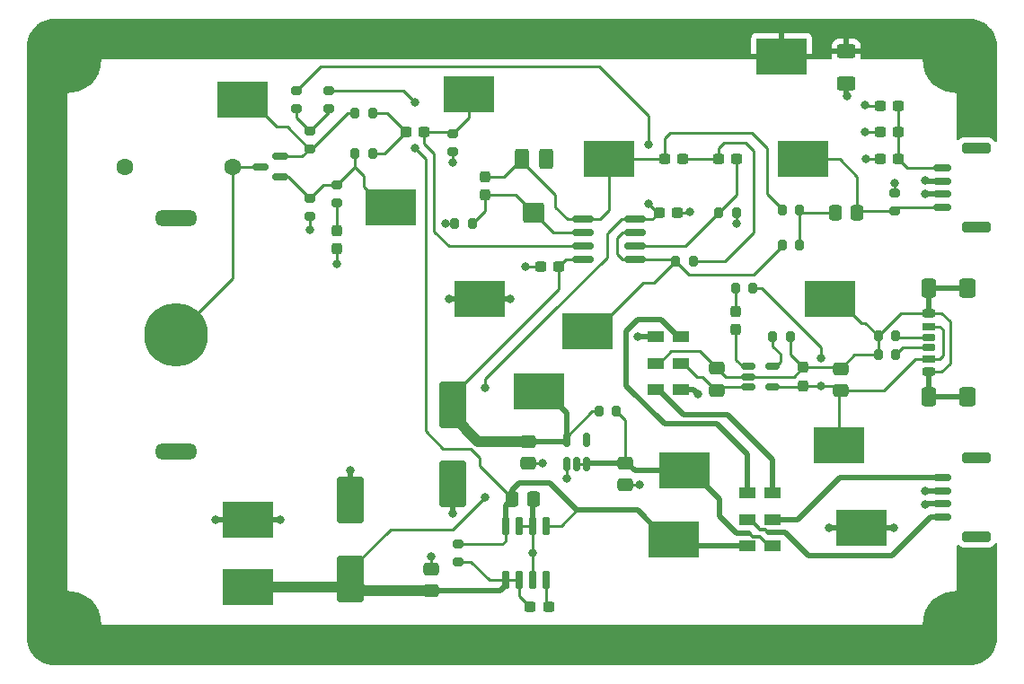
<source format=gtl>
%TF.GenerationSoftware,KiCad,Pcbnew,9.0.7*%
%TF.CreationDate,2026-02-16T22:08:23-05:00*%
%TF.ProjectId,Microphone_V3,4d696372-6f70-4686-9f6e-655f56332e6b,rev?*%
%TF.SameCoordinates,Original*%
%TF.FileFunction,Copper,L1,Top*%
%TF.FilePolarity,Positive*%
%FSLAX46Y46*%
G04 Gerber Fmt 4.6, Leading zero omitted, Abs format (unit mm)*
G04 Created by KiCad (PCBNEW 9.0.7) date 2026-02-16 22:08:23*
%MOMM*%
%LPD*%
G01*
G04 APERTURE LIST*
G04 Aperture macros list*
%AMRoundRect*
0 Rectangle with rounded corners*
0 $1 Rounding radius*
0 $2 $3 $4 $5 $6 $7 $8 $9 X,Y pos of 4 corners*
0 Add a 4 corners polygon primitive as box body*
4,1,4,$2,$3,$4,$5,$6,$7,$8,$9,$2,$3,0*
0 Add four circle primitives for the rounded corners*
1,1,$1+$1,$2,$3*
1,1,$1+$1,$4,$5*
1,1,$1+$1,$6,$7*
1,1,$1+$1,$8,$9*
0 Add four rect primitives between the rounded corners*
20,1,$1+$1,$2,$3,$4,$5,0*
20,1,$1+$1,$4,$5,$6,$7,0*
20,1,$1+$1,$6,$7,$8,$9,0*
20,1,$1+$1,$8,$9,$2,$3,0*%
G04 Aperture macros list end*
%TA.AperFunction,ComponentPad*%
%ADD10C,6.000000*%
%TD*%
%TA.AperFunction,ComponentPad*%
%ADD11O,4.000000X1.524000*%
%TD*%
%TA.AperFunction,SMDPad,CuDef*%
%ADD12RoundRect,0.200000X0.200000X0.275000X-0.200000X0.275000X-0.200000X-0.275000X0.200000X-0.275000X0*%
%TD*%
%TA.AperFunction,SMDPad,CuDef*%
%ADD13R,4.699000X3.429000*%
%TD*%
%TA.AperFunction,SMDPad,CuDef*%
%ADD14RoundRect,0.200000X-0.200000X-0.275000X0.200000X-0.275000X0.200000X0.275000X-0.200000X0.275000X0*%
%TD*%
%TA.AperFunction,SMDPad,CuDef*%
%ADD15RoundRect,0.237500X0.300000X0.237500X-0.300000X0.237500X-0.300000X-0.237500X0.300000X-0.237500X0*%
%TD*%
%TA.AperFunction,SMDPad,CuDef*%
%ADD16RoundRect,0.237500X0.237500X-0.300000X0.237500X0.300000X-0.237500X0.300000X-0.237500X-0.300000X0*%
%TD*%
%TA.AperFunction,SMDPad,CuDef*%
%ADD17RoundRect,0.200000X-0.275000X0.200000X-0.275000X-0.200000X0.275000X-0.200000X0.275000X0.200000X0*%
%TD*%
%TA.AperFunction,SMDPad,CuDef*%
%ADD18RoundRect,0.237500X-0.237500X0.300000X-0.237500X-0.300000X0.237500X-0.300000X0.237500X0.300000X0*%
%TD*%
%TA.AperFunction,SMDPad,CuDef*%
%ADD19RoundRect,0.250000X-0.337500X-0.475000X0.337500X-0.475000X0.337500X0.475000X-0.337500X0.475000X0*%
%TD*%
%TA.AperFunction,SMDPad,CuDef*%
%ADD20RoundRect,0.250000X0.475000X-0.337500X0.475000X0.337500X-0.475000X0.337500X-0.475000X-0.337500X0*%
%TD*%
%TA.AperFunction,SMDPad,CuDef*%
%ADD21RoundRect,0.200000X0.275000X-0.200000X0.275000X0.200000X-0.275000X0.200000X-0.275000X-0.200000X0*%
%TD*%
%TA.AperFunction,SMDPad,CuDef*%
%ADD22RoundRect,0.250000X-0.400000X-0.700000X0.400000X-0.700000X0.400000X0.700000X-0.400000X0.700000X0*%
%TD*%
%TA.AperFunction,SMDPad,CuDef*%
%ADD23RoundRect,0.250000X-0.750000X-0.700000X0.750000X-0.700000X0.750000X0.700000X-0.750000X0.700000X0*%
%TD*%
%TA.AperFunction,SMDPad,CuDef*%
%ADD24RoundRect,0.150000X0.587500X0.150000X-0.587500X0.150000X-0.587500X-0.150000X0.587500X-0.150000X0*%
%TD*%
%TA.AperFunction,SMDPad,CuDef*%
%ADD25RoundRect,0.237500X-0.300000X-0.237500X0.300000X-0.237500X0.300000X0.237500X-0.300000X0.237500X0*%
%TD*%
%TA.AperFunction,SMDPad,CuDef*%
%ADD26RoundRect,0.150000X-0.512500X-0.150000X0.512500X-0.150000X0.512500X0.150000X-0.512500X0.150000X0*%
%TD*%
%TA.AperFunction,SMDPad,CuDef*%
%ADD27R,1.600000X1.000000*%
%TD*%
%TA.AperFunction,SMDPad,CuDef*%
%ADD28RoundRect,0.237500X0.237500X-0.287500X0.237500X0.287500X-0.237500X0.287500X-0.237500X-0.287500X0*%
%TD*%
%TA.AperFunction,ComponentPad*%
%ADD29C,0.800000*%
%TD*%
%TA.AperFunction,ComponentPad*%
%ADD30C,6.400000*%
%TD*%
%TA.AperFunction,SMDPad,CuDef*%
%ADD31RoundRect,0.250000X1.000000X-1.950000X1.000000X1.950000X-1.000000X1.950000X-1.000000X-1.950000X0*%
%TD*%
%TA.AperFunction,SMDPad,CuDef*%
%ADD32RoundRect,0.175000X0.425000X-0.175000X0.425000X0.175000X-0.425000X0.175000X-0.425000X-0.175000X0*%
%TD*%
%TA.AperFunction,SMDPad,CuDef*%
%ADD33RoundRect,0.190000X-0.410000X0.190000X-0.410000X-0.190000X0.410000X-0.190000X0.410000X0.190000X0*%
%TD*%
%TA.AperFunction,SMDPad,CuDef*%
%ADD34RoundRect,0.200000X-0.400000X0.200000X-0.400000X-0.200000X0.400000X-0.200000X0.400000X0.200000X0*%
%TD*%
%TA.AperFunction,SMDPad,CuDef*%
%ADD35RoundRect,0.175000X-0.425000X0.175000X-0.425000X-0.175000X0.425000X-0.175000X0.425000X0.175000X0*%
%TD*%
%TA.AperFunction,SMDPad,CuDef*%
%ADD36RoundRect,0.190000X0.410000X-0.190000X0.410000X0.190000X-0.410000X0.190000X-0.410000X-0.190000X0*%
%TD*%
%TA.AperFunction,SMDPad,CuDef*%
%ADD37RoundRect,0.200000X0.400000X-0.200000X0.400000X0.200000X-0.400000X0.200000X-0.400000X-0.200000X0*%
%TD*%
%TA.AperFunction,SMDPad,CuDef*%
%ADD38RoundRect,0.250000X0.425000X-0.650000X0.425000X0.650000X-0.425000X0.650000X-0.425000X-0.650000X0*%
%TD*%
%TA.AperFunction,SMDPad,CuDef*%
%ADD39RoundRect,0.250000X0.500000X-0.650000X0.500000X0.650000X-0.500000X0.650000X-0.500000X-0.650000X0*%
%TD*%
%TA.AperFunction,SMDPad,CuDef*%
%ADD40RoundRect,0.150000X0.700000X-0.150000X0.700000X0.150000X-0.700000X0.150000X-0.700000X-0.150000X0*%
%TD*%
%TA.AperFunction,SMDPad,CuDef*%
%ADD41RoundRect,0.250000X1.100000X-0.250000X1.100000X0.250000X-1.100000X0.250000X-1.100000X-0.250000X0*%
%TD*%
%TA.AperFunction,SMDPad,CuDef*%
%ADD42RoundRect,0.150000X-0.825000X-0.150000X0.825000X-0.150000X0.825000X0.150000X-0.825000X0.150000X0*%
%TD*%
%TA.AperFunction,SMDPad,CuDef*%
%ADD43RoundRect,0.150000X0.150000X-0.725000X0.150000X0.725000X-0.150000X0.725000X-0.150000X-0.725000X0*%
%TD*%
%TA.AperFunction,SMDPad,CuDef*%
%ADD44RoundRect,0.150000X0.150000X-0.512500X0.150000X0.512500X-0.150000X0.512500X-0.150000X-0.512500X0*%
%TD*%
%TA.AperFunction,SMDPad,CuDef*%
%ADD45RoundRect,0.250000X0.625000X-0.400000X0.625000X0.400000X-0.625000X0.400000X-0.625000X-0.400000X0*%
%TD*%
%TA.AperFunction,ComponentPad*%
%ADD46C,1.600000*%
%TD*%
%TA.AperFunction,ViaPad*%
%ADD47C,0.800000*%
%TD*%
%TA.AperFunction,Conductor*%
%ADD48C,0.250000*%
%TD*%
%TA.AperFunction,Conductor*%
%ADD49C,0.500000*%
%TD*%
%TA.AperFunction,Conductor*%
%ADD50C,1.000000*%
%TD*%
%TA.AperFunction,Conductor*%
%ADD51C,0.300000*%
%TD*%
G04 APERTURE END LIST*
D10*
%TO.P,MK1,1,-*%
%TO.N,Net-(MK1--)*%
X133458000Y-90778000D03*
D11*
%TO.P,MK1,2,+*%
%TO.N,GND*%
X133458000Y-101778000D03*
X133458000Y-79778000D03*
%TD*%
D12*
%TO.P,R1,1*%
%TO.N,Net-(J1-CC2)*%
X201251000Y-90896000D03*
%TO.P,R1,2*%
%TO.N,/USB_GND*%
X199601000Y-90896000D03*
%TD*%
D13*
%TO.P,TP14,1,1*%
%TO.N,CGND*%
X190500000Y-64516000D03*
%TD*%
D14*
%TO.P,R12,1*%
%TO.N,Net-(Q1-S)*%
X150305000Y-73660000D03*
%TO.P,R12,2*%
%TO.N,Net-(C5-Pad1)*%
X151955000Y-73660000D03*
%TD*%
D15*
%TO.P,C19,1*%
%TO.N,Net-(J3-Pin_4)*%
X201522500Y-74168000D03*
%TO.P,C19,2*%
%TO.N,GND*%
X199797500Y-74168000D03*
%TD*%
D13*
%TO.P,TP16,1,1*%
%TO.N,/USB_GND*%
X195072000Y-87376000D03*
%TD*%
%TO.P,TP7,1,1*%
%TO.N,Net-(C11-Pad1)*%
X174244000Y-74168000D03*
%TD*%
D16*
%TO.P,C8,1*%
%TO.N,Net-(U2A--)*%
X162560000Y-77570500D03*
%TO.P,C8,2*%
%TO.N,Net-(C11-Pad1)*%
X162560000Y-75845500D03*
%TD*%
D17*
%TO.P,R6,1*%
%TO.N,Net-(R5-Pad1)*%
X146050000Y-71565000D03*
%TO.P,R6,2*%
%TO.N,Net-(Q1-D)*%
X146050000Y-73215000D03*
%TD*%
D18*
%TO.P,C3,1*%
%TO.N,Net-(C3-Pad1)*%
X148590000Y-80925500D03*
%TO.P,C3,2*%
%TO.N,GND*%
X148590000Y-82650500D03*
%TD*%
D19*
%TO.P,C9,1*%
%TO.N,VBAT*%
X165078500Y-106299000D03*
%TO.P,C9,2*%
%TO.N,GND*%
X167153500Y-106299000D03*
%TD*%
D20*
%TO.P,C15,1*%
%TO.N,+2.5V*%
X157512000Y-114929500D03*
%TO.P,C15,2*%
%TO.N,GND*%
X157512000Y-112854500D03*
%TD*%
D14*
%TO.P,R19,1*%
%TO.N,Net-(U2B--)*%
X184595000Y-79248000D03*
%TO.P,R19,2*%
%TO.N,GND*%
X186245000Y-79248000D03*
%TD*%
D21*
%TO.P,R8,1*%
%TO.N,Net-(R5-Pad1)*%
X147828000Y-69405000D03*
%TO.P,R8,2*%
%TO.N,VBAT*%
X147828000Y-67755000D03*
%TD*%
D12*
%TO.P,R10,1*%
%TO.N,/USB_VCC*%
X187789000Y-86360000D03*
%TO.P,R10,2*%
%TO.N,Net-(D1-A)*%
X186139000Y-86360000D03*
%TD*%
D22*
%TO.P,RV1,1,1*%
%TO.N,unconnected-(RV1-Pad1)*%
X168282000Y-74158000D03*
D23*
%TO.P,RV1,2,2*%
%TO.N,Net-(U2A--)*%
X167132000Y-79258000D03*
D22*
%TO.P,RV1,3,3*%
%TO.N,Net-(C11-Pad1)*%
X165982000Y-74158000D03*
%TD*%
D20*
%TO.P,C14,1*%
%TO.N,GND*%
X166624000Y-102891500D03*
%TO.P,C14,2*%
%TO.N,-2.5V*%
X166624000Y-100816500D03*
%TD*%
D13*
%TO.P,TP4,1,1*%
%TO.N,GND*%
X140208000Y-108204000D03*
%TD*%
%TO.P,TP2,1,1*%
%TO.N,Net-(Q1-S)*%
X153670000Y-78740000D03*
%TD*%
D12*
%TO.P,R2,1*%
%TO.N,Net-(J1-CC1)*%
X201251000Y-92674000D03*
%TO.P,R2,2*%
%TO.N,/USB_GND*%
X199601000Y-92674000D03*
%TD*%
D20*
%TO.P,C4,1*%
%TO.N,/CHARGE*%
X184424000Y-96003500D03*
%TO.P,C4,2*%
%TO.N,/USB_GND*%
X184424000Y-93928500D03*
%TD*%
D24*
%TO.P,Q1,1,S*%
%TO.N,Net-(Q1-S)*%
X143237500Y-75850000D03*
%TO.P,Q1,2,D*%
%TO.N,Net-(Q1-D)*%
X143237500Y-73950000D03*
%TO.P,Q1,3,G*%
%TO.N,Net-(MK1--)*%
X141362500Y-74900000D03*
%TD*%
D25*
%TO.P,C6,1*%
%TO.N,+2.5V*%
X178969500Y-79248000D03*
%TO.P,C6,2*%
%TO.N,GND*%
X180694500Y-79248000D03*
%TD*%
D26*
%TO.P,U1,1,STAT*%
%TO.N,Net-(D1-K)*%
X187330500Y-93762000D03*
%TO.P,U1,2,V_{SS}*%
%TO.N,/USB_GND*%
X187330500Y-94712000D03*
%TO.P,U1,3,V_{BAT}*%
%TO.N,/CHARGE*%
X187330500Y-95662000D03*
%TO.P,U1,4,V_{DD}*%
%TO.N,/USB_VCC*%
X189605500Y-95662000D03*
%TO.P,U1,5,PROG*%
%TO.N,Net-(U1-PROG)*%
X189605500Y-93762000D03*
%TD*%
D27*
%TO.P,SW1,1,A*%
%TO.N,Net-(SW1A-A)*%
X181000000Y-90972000D03*
%TO.P,SW1,2,B*%
%TO.N,/CHARGE*%
X181000000Y-93472000D03*
%TO.P,SW1,3,C*%
%TO.N,GND*%
X181000000Y-95972000D03*
%TO.P,SW1,4,A*%
X178600000Y-90972000D03*
%TO.P,SW1,5,B*%
%TO.N,/USB_GND*%
X178600000Y-93472000D03*
%TO.P,SW1,6,C*%
%TO.N,Net-(SW1B-C)*%
X178600000Y-95972000D03*
%TD*%
D21*
%TO.P,R22,1*%
%TO.N,Net-(J3-Pin_1)*%
X201168000Y-79057000D03*
%TO.P,R22,2*%
%TO.N,GND*%
X201168000Y-77407000D03*
%TD*%
D13*
%TO.P,TP8,1,1*%
%TO.N,-2.5V*%
X167672000Y-96112000D03*
%TD*%
D17*
%TO.P,R7,1*%
%TO.N,Net-(Q1-S)*%
X146050000Y-77915000D03*
%TO.P,R7,2*%
%TO.N,GND*%
X146050000Y-79565000D03*
%TD*%
D25*
%TO.P,C11,1*%
%TO.N,Net-(C11-Pad1)*%
X179477500Y-74168000D03*
%TO.P,C11,2*%
%TO.N,Net-(C11-Pad2)*%
X181202500Y-74168000D03*
%TD*%
D13*
%TO.P,TP15,1,1*%
%TO.N,/USB_VCC*%
X195900000Y-101216000D03*
%TD*%
%TO.P,TP9,1,1*%
%TO.N,+2.5V*%
X140208000Y-114554000D03*
%TD*%
D28*
%TO.P,D1,1,K*%
%TO.N,Net-(D1-K)*%
X186202000Y-90283000D03*
%TO.P,D1,2,A*%
%TO.N,Net-(D1-A)*%
X186202000Y-88533000D03*
%TD*%
D21*
%TO.P,R5,1*%
%TO.N,Net-(R5-Pad1)*%
X144780000Y-69405000D03*
%TO.P,R5,2*%
%TO.N,+2.5V*%
X144780000Y-67755000D03*
%TD*%
D13*
%TO.P,TP5,1,1*%
%TO.N,VBAT*%
X180372000Y-110082000D03*
%TD*%
D29*
%TO.P,H4,1,1*%
%TO.N,CGND*%
X120790000Y-64770000D03*
X121492944Y-63072944D03*
X121492944Y-66467056D03*
X123190000Y-62370000D03*
D30*
X123190000Y-64770000D03*
D29*
X123190000Y-67170000D03*
X124887056Y-63072944D03*
X124887056Y-66467056D03*
X125590000Y-64770000D03*
%TD*%
%TO.P,H1,1,1*%
%TO.N,CGND*%
X120790000Y-118110000D03*
X121492944Y-116412944D03*
X121492944Y-119807056D03*
X123190000Y-115710000D03*
D30*
X123190000Y-118110000D03*
D29*
X123190000Y-120510000D03*
X124887056Y-116412944D03*
X124887056Y-119807056D03*
X125590000Y-118110000D03*
%TD*%
D15*
%TO.P,C20,1*%
%TO.N,Net-(J3-Pin_4)*%
X201522500Y-71658000D03*
%TO.P,C20,2*%
%TO.N,GND*%
X199797500Y-71658000D03*
%TD*%
D14*
%TO.P,R20,1*%
%TO.N,Net-(C11-Pad1)*%
X190564000Y-78994000D03*
%TO.P,R20,2*%
%TO.N,Net-(C18-Pad1)*%
X192214000Y-78994000D03*
%TD*%
D13*
%TO.P,TP13,1,1*%
%TO.N,Net-(J3-Pin_1)*%
X192532000Y-74168000D03*
%TD*%
D14*
%TO.P,R11,1*%
%TO.N,Net-(Q1-D)*%
X150305000Y-69850000D03*
%TO.P,R11,2*%
%TO.N,Net-(C5-Pad1)*%
X151955000Y-69850000D03*
%TD*%
D13*
%TO.P,TP3,1,1*%
%TO.N,Net-(U2A-+)*%
X161036000Y-68072000D03*
%TD*%
D12*
%TO.P,R18,1*%
%TO.N,Net-(C11-Pad2)*%
X182181000Y-83820000D03*
%TO.P,R18,2*%
%TO.N,Net-(U2B-+)*%
X180531000Y-83820000D03*
%TD*%
D31*
%TO.P,C17,1*%
%TO.N,+2.5V*%
X149892000Y-113782000D03*
%TO.P,C17,2*%
%TO.N,GND*%
X149892000Y-106382000D03*
%TD*%
D25*
%TO.P,C7,1*%
%TO.N,GND*%
X167793500Y-84328000D03*
%TO.P,C7,2*%
%TO.N,-2.5V*%
X169518500Y-84328000D03*
%TD*%
%TO.P,C12,1*%
%TO.N,Net-(C11-Pad2)*%
X184557500Y-74168000D03*
%TO.P,C12,2*%
%TO.N,Net-(U2B--)*%
X186282500Y-74168000D03*
%TD*%
D17*
%TO.P,R16,1*%
%TO.N,VBAT*%
X160052000Y-110527000D03*
%TO.P,R16,2*%
%TO.N,+2.5V*%
X160052000Y-112177000D03*
%TD*%
D31*
%TO.P,C16,1*%
%TO.N,GND*%
X159512000Y-104792000D03*
%TO.P,C16,2*%
%TO.N,-2.5V*%
X159512000Y-97392000D03*
%TD*%
D14*
%TO.P,R14,1*%
%TO.N,GND*%
X159703000Y-80264000D03*
%TO.P,R14,2*%
%TO.N,Net-(U2A--)*%
X161353000Y-80264000D03*
%TD*%
D19*
%TO.P,C18,1*%
%TO.N,Net-(C18-Pad1)*%
X195558500Y-79248000D03*
%TO.P,C18,2*%
%TO.N,Net-(J3-Pin_1)*%
X197633500Y-79248000D03*
%TD*%
D17*
%TO.P,R13,1*%
%TO.N,Net-(U2A-+)*%
X159512000Y-71819000D03*
%TO.P,R13,2*%
%TO.N,GND*%
X159512000Y-73469000D03*
%TD*%
D32*
%TO.P,J1,A5,CC1*%
%TO.N,Net-(J1-CC1)*%
X204349500Y-91995000D03*
D33*
%TO.P,J1,A9,VBUS*%
%TO.N,/USB_VCC*%
X204349500Y-89975000D03*
D34*
%TO.P,J1,A12,GND*%
%TO.N,/USB_GND*%
X204349500Y-88745000D03*
D35*
%TO.P,J1,B5,CC2*%
%TO.N,Net-(J1-CC2)*%
X204349500Y-90995000D03*
D36*
%TO.P,J1,B9,VBUS*%
%TO.N,/USB_VCC*%
X204349500Y-93015000D03*
D37*
%TO.P,J1,B12,GND*%
%TO.N,/USB_GND*%
X204349500Y-94245000D03*
D38*
%TO.P,J1,S1,SHIELD*%
X204404500Y-96620000D03*
D39*
X207984500Y-96620000D03*
D38*
X204404500Y-86370000D03*
D39*
X207984500Y-86370000D03*
%TD*%
D13*
%TO.P,TP12,1,1*%
%TO.N,GND*%
X198068000Y-109004000D03*
%TD*%
D25*
%TO.P,C5,1*%
%TO.N,Net-(C5-Pad1)*%
X155093500Y-71628000D03*
%TO.P,C5,2*%
%TO.N,Net-(U2A-+)*%
X156818500Y-71628000D03*
%TD*%
D40*
%TO.P,J3,1,Pin_1*%
%TO.N,Net-(J3-Pin_1)*%
X205650000Y-78765000D03*
%TO.P,J3,2,Pin_2*%
%TO.N,GND*%
X205650000Y-77515000D03*
%TO.P,J3,3,Pin_3*%
X205650000Y-76265000D03*
%TO.P,J3,4,Pin_4*%
%TO.N,Net-(J3-Pin_4)*%
X205650000Y-75015000D03*
D41*
%TO.P,J3,MP*%
%TO.N,N/C*%
X208850000Y-80615000D03*
X208850000Y-73165000D03*
%TD*%
D42*
%TO.P,U2,1*%
%TO.N,Net-(C11-Pad1)*%
X171769000Y-79883000D03*
%TO.P,U2,2,-*%
%TO.N,Net-(U2A--)*%
X171769000Y-81153000D03*
%TO.P,U2,3,+*%
%TO.N,Net-(U2A-+)*%
X171769000Y-82423000D03*
%TO.P,U2,4,V-*%
%TO.N,-2.5V*%
X171769000Y-83693000D03*
%TO.P,U2,5,+*%
%TO.N,Net-(U2B-+)*%
X176719000Y-83693000D03*
%TO.P,U2,6,-*%
%TO.N,Net-(U2B--)*%
X176719000Y-82423000D03*
%TO.P,U2,7*%
%TO.N,Net-(U2B-+)*%
X176719000Y-81153000D03*
%TO.P,U2,8,V+*%
%TO.N,+2.5V*%
X176719000Y-79883000D03*
%TD*%
D17*
%TO.P,R9,1*%
%TO.N,Net-(Q1-S)*%
X148590000Y-76645000D03*
%TO.P,R9,2*%
%TO.N,Net-(C3-Pad1)*%
X148590000Y-78295000D03*
%TD*%
D43*
%TO.P,U3,1,OUT*%
%TO.N,+2.5V*%
X164497000Y-113927000D03*
%TO.P,U3,2,SENSE*%
X165767000Y-113927000D03*
%TO.P,U3,3,GND*%
%TO.N,GND*%
X167037000Y-113927000D03*
%TO.P,U3,4,BYP*%
%TO.N,Net-(U3-BYP)*%
X168307000Y-113927000D03*
%TO.P,U3,5,SHDN_n*%
%TO.N,VBAT*%
X168307000Y-108777000D03*
%TO.P,U3,6,GND*%
%TO.N,GND*%
X167037000Y-108777000D03*
%TO.P,U3,7,GND*%
X165767000Y-108777000D03*
%TO.P,U3,8,IN*%
%TO.N,VBAT*%
X164497000Y-108777000D03*
%TD*%
D44*
%TO.P,U4,1,GND*%
%TO.N,GND*%
X170246000Y-102991500D03*
%TO.P,U4,2,VIN*%
%TO.N,/-VBAT*%
X171196000Y-102991500D03*
%TO.P,U4,3,EN*%
X172146000Y-102991500D03*
%TO.P,U4,4,NC*%
%TO.N,unconnected-(U4-NC-Pad4)*%
X172146000Y-100716500D03*
%TO.P,U4,5,VOUT*%
%TO.N,-2.5V*%
X170246000Y-100716500D03*
%TD*%
D12*
%TO.P,R17,1*%
%TO.N,/-VBAT*%
X174937000Y-97992000D03*
%TO.P,R17,2*%
%TO.N,-2.5V*%
X173287000Y-97992000D03*
%TD*%
D13*
%TO.P,TP1,1,1*%
%TO.N,Net-(Q1-D)*%
X139700000Y-68580000D03*
%TD*%
%TO.P,TP6,1,1*%
%TO.N,/-VBAT*%
X181312000Y-103592000D03*
%TD*%
%TO.P,TP11,1,1*%
%TO.N,GND*%
X162052000Y-87376000D03*
%TD*%
D29*
%TO.P,H2,1,1*%
%TO.N,CGND*%
X204610000Y-118110000D03*
X205312944Y-116412944D03*
X205312944Y-119807056D03*
X207010000Y-115710000D03*
D30*
X207010000Y-118110000D03*
D29*
X207010000Y-120510000D03*
X208707056Y-116412944D03*
X208707056Y-119807056D03*
X209410000Y-118110000D03*
%TD*%
D15*
%TO.P,C13,1*%
%TO.N,Net-(U3-BYP)*%
X168534500Y-116432000D03*
%TO.P,C13,2*%
%TO.N,+2.5V*%
X166809500Y-116432000D03*
%TD*%
D40*
%TO.P,J2,1,Pin_1*%
%TO.N,Net-(J2-Pin_1)*%
X205650000Y-107975000D03*
%TO.P,J2,2,Pin_2*%
%TO.N,GND*%
X205650000Y-106725000D03*
%TO.P,J2,3,Pin_3*%
X205650000Y-105475000D03*
%TO.P,J2,4,Pin_4*%
%TO.N,Net-(J2-Pin_4)*%
X205650000Y-104225000D03*
D41*
%TO.P,J2,MP*%
%TO.N,N/C*%
X208850000Y-109825000D03*
X208850000Y-102375000D03*
%TD*%
D13*
%TO.P,TP10,1,1*%
%TO.N,Net-(U2B-+)*%
X172212000Y-90424000D03*
%TD*%
D45*
%TO.P,R23,1*%
%TO.N,GND*%
X196596000Y-67082000D03*
%TO.P,R23,2*%
%TO.N,CGND*%
X196596000Y-63982000D03*
%TD*%
D46*
%TO.P,R3,1*%
%TO.N,Net-(MK1--)*%
X138792000Y-74952000D03*
%TO.P,R3,2*%
%TO.N,GND*%
X128632000Y-74952000D03*
%TD*%
D14*
%TO.P,R4,1*%
%TO.N,Net-(U1-PROG)*%
X189675000Y-90932000D03*
%TO.P,R4,2*%
%TO.N,/USB_GND*%
X191325000Y-90932000D03*
%TD*%
D29*
%TO.P,H3,1,1*%
%TO.N,CGND*%
X204610000Y-64770000D03*
X205312944Y-63072944D03*
X205312944Y-66467056D03*
X207010000Y-62370000D03*
D30*
X207010000Y-64770000D03*
D29*
X207010000Y-67170000D03*
X208707056Y-63072944D03*
X208707056Y-66467056D03*
X209410000Y-64770000D03*
%TD*%
D27*
%TO.P,SW2,1,A*%
%TO.N,VBAT*%
X187268000Y-110704000D03*
%TO.P,SW2,2,B*%
%TO.N,Net-(J2-Pin_1)*%
X187268000Y-108204000D03*
%TO.P,SW2,3,C*%
%TO.N,Net-(SW1A-A)*%
X187268000Y-105704000D03*
%TO.P,SW2,4,A*%
%TO.N,/-VBAT*%
X189668000Y-110704000D03*
%TO.P,SW2,5,B*%
%TO.N,Net-(J2-Pin_4)*%
X189668000Y-108204000D03*
%TO.P,SW2,6,C*%
%TO.N,Net-(SW1B-C)*%
X189668000Y-105704000D03*
%TD*%
D20*
%TO.P,C10,1*%
%TO.N,GND*%
X175768000Y-104923500D03*
%TO.P,C10,2*%
%TO.N,/-VBAT*%
X175768000Y-102848500D03*
%TD*%
D15*
%TO.P,C21,1*%
%TO.N,Net-(J3-Pin_4)*%
X201522500Y-69148000D03*
%TO.P,C21,2*%
%TO.N,GND*%
X199797500Y-69148000D03*
%TD*%
D20*
%TO.P,C1,1*%
%TO.N,/USB_VCC*%
X196088000Y-96033500D03*
%TO.P,C1,2*%
%TO.N,/USB_GND*%
X196088000Y-93958500D03*
%TD*%
D14*
%TO.P,R21,1*%
%TO.N,Net-(U2B-+)*%
X190564000Y-82296000D03*
%TO.P,R21,2*%
%TO.N,Net-(C18-Pad1)*%
X192214000Y-82296000D03*
%TD*%
D16*
%TO.P,C2,1*%
%TO.N,/USB_VCC*%
X192532000Y-95574500D03*
%TO.P,C2,2*%
%TO.N,/USB_GND*%
X192532000Y-93849500D03*
%TD*%
D47*
%TO.N,/USB_VCC*%
X194183000Y-92964000D03*
X194183000Y-95574500D03*
%TO.N,GND*%
X181813200Y-79197200D03*
X198424800Y-74218800D03*
X204063600Y-106781600D03*
X186232800Y-80314800D03*
X159512000Y-74523600D03*
X157480000Y-111709200D03*
X167037000Y-111379000D03*
X146050000Y-80899000D03*
X204012800Y-77520800D03*
X137160000Y-108204000D03*
X164947600Y-87376000D03*
X143205200Y-108204000D03*
X201066400Y-108966000D03*
X194970400Y-109016800D03*
X177088800Y-104902000D03*
X148590000Y-84074000D03*
X166370000Y-84328000D03*
X159156400Y-87426800D03*
X198374000Y-71678800D03*
X167944800Y-102870000D03*
X182626000Y-96393000D03*
X159512000Y-107594400D03*
X158800800Y-80314800D03*
X176911000Y-90932000D03*
X149860000Y-103530400D03*
X196646800Y-68224400D03*
X170281600Y-104343200D03*
X198374000Y-69138800D03*
X204063600Y-105511600D03*
X201168000Y-76454000D03*
X204012800Y-76250800D03*
%TO.N,+2.5V*%
X177952400Y-78384400D03*
X162560000Y-106070400D03*
X162560000Y-95808800D03*
X177952400Y-72796400D03*
%TO.N,VBAT*%
X155905200Y-73152000D03*
X155905200Y-68834000D03*
%TD*%
D48*
%TO.N,/USB_VCC*%
X205418000Y-89975000D02*
X204349500Y-89975000D01*
X195812500Y-96033500D02*
X195353500Y-95574500D01*
X204349500Y-93015000D02*
X205435000Y-93015000D01*
X195900000Y-96221500D02*
X196088000Y-96033500D01*
X189605500Y-95662000D02*
X192444500Y-95662000D01*
X195353500Y-95574500D02*
X194183000Y-95574500D01*
X203149000Y-93015000D02*
X204349500Y-93015000D01*
X195900000Y-101216000D02*
X195900000Y-96221500D01*
X194183000Y-91948000D02*
X194183000Y-92964000D01*
X205435000Y-93015000D02*
X205740000Y-92710000D01*
X188595000Y-86360000D02*
X192405000Y-90170000D01*
X205740000Y-92710000D02*
X205740000Y-90297000D01*
X187789000Y-86360000D02*
X188595000Y-86360000D01*
X205740000Y-90297000D02*
X205418000Y-89975000D01*
X196088000Y-96033500D02*
X200130500Y-96033500D01*
X194183000Y-95574500D02*
X192532000Y-95574500D01*
X192405000Y-90170000D02*
X194183000Y-91948000D01*
X196088000Y-96033500D02*
X195812500Y-96033500D01*
X200130500Y-96033500D02*
X203149000Y-93015000D01*
X192444500Y-95662000D02*
X192532000Y-95574500D01*
%TO.N,/USB_GND*%
X192532000Y-93849500D02*
X195979000Y-93849500D01*
D49*
X207984500Y-96620000D02*
X204404500Y-96620000D01*
D48*
X187330500Y-94712000D02*
X191669500Y-94712000D01*
X199601000Y-90896000D02*
X201752000Y-88745000D01*
X180086000Y-92329000D02*
X178943000Y-93472000D01*
X204404500Y-88690000D02*
X204349500Y-88745000D01*
X197372500Y-92674000D02*
X196088000Y-93958500D01*
X199601000Y-90889000D02*
X199601000Y-90896000D01*
X191325000Y-92642500D02*
X192532000Y-93849500D01*
X198374000Y-89662000D02*
X199601000Y-90889000D01*
X204404500Y-94300000D02*
X204349500Y-94245000D01*
X199601000Y-92674000D02*
X197372500Y-92674000D01*
X182824500Y-92329000D02*
X180086000Y-92329000D01*
X191325000Y-90932000D02*
X191325000Y-92642500D01*
X195072000Y-87376000D02*
X196469000Y-88773000D01*
X205602000Y-94245000D02*
X204349500Y-94245000D01*
X204349500Y-88745000D02*
X205585000Y-88745000D01*
X199601000Y-90896000D02*
X199601000Y-92674000D01*
D49*
X204404500Y-96620000D02*
X204404500Y-94300000D01*
D48*
X206375000Y-93472000D02*
X205602000Y-94245000D01*
X191669500Y-94712000D02*
X192532000Y-93849500D01*
X197993000Y-89662000D02*
X198374000Y-89662000D01*
X184424000Y-93928500D02*
X182824500Y-92329000D01*
D49*
X207984500Y-86370000D02*
X204404500Y-86370000D01*
D48*
X184424000Y-93928500D02*
X185207500Y-94712000D01*
X195979000Y-93849500D02*
X196088000Y-93958500D01*
X206375000Y-89535000D02*
X206375000Y-93472000D01*
X205585000Y-88745000D02*
X206375000Y-89535000D01*
D49*
X204404500Y-86370000D02*
X204404500Y-88690000D01*
D48*
X196469000Y-88773000D02*
X197104000Y-88773000D01*
X185207500Y-94712000D02*
X187330500Y-94712000D01*
X178943000Y-93472000D02*
X178600000Y-93472000D01*
X197104000Y-88773000D02*
X197993000Y-89662000D01*
X201752000Y-88745000D02*
X204349500Y-88745000D01*
%TO.N,Net-(C3-Pad1)*%
X148590000Y-78295000D02*
X148590000Y-80925500D01*
D49*
%TO.N,GND*%
X159512000Y-104792000D02*
X159512000Y-107594400D01*
D48*
X201168000Y-77407000D02*
X201168000Y-76454000D01*
X181762400Y-79248000D02*
X181813200Y-79197200D01*
X186245000Y-79248000D02*
X186245000Y-80302600D01*
D49*
X205650000Y-76265000D02*
X204027000Y-76265000D01*
D48*
X149892000Y-103562400D02*
X149860000Y-103530400D01*
D49*
X201028400Y-109004000D02*
X201066400Y-108966000D01*
X205650000Y-77515000D02*
X204018600Y-77515000D01*
D48*
X176951000Y-90972000D02*
X176911000Y-90932000D01*
D49*
X162052000Y-87376000D02*
X164947600Y-87376000D01*
D48*
X196596000Y-68173600D02*
X196646800Y-68224400D01*
X177067300Y-104923500D02*
X177088800Y-104902000D01*
X146050000Y-79565000D02*
X146050000Y-80899000D01*
X148590000Y-82650500D02*
X148590000Y-84074000D01*
D49*
X198068000Y-109004000D02*
X201028400Y-109004000D01*
D48*
X198475600Y-74218800D02*
X198526400Y-74168000D01*
D49*
X205650000Y-106725000D02*
X204120200Y-106725000D01*
X140208000Y-108204000D02*
X143205200Y-108204000D01*
X162052000Y-87376000D02*
X159207200Y-87376000D01*
D48*
X175768000Y-104923500D02*
X177067300Y-104923500D01*
D49*
X167037000Y-106415500D02*
X167153500Y-106299000D01*
D48*
X157512000Y-111741200D02*
X157480000Y-111709200D01*
D49*
X178600000Y-90972000D02*
X176951000Y-90972000D01*
D48*
X204018600Y-77515000D02*
X204012800Y-77520800D01*
X166624000Y-102891500D02*
X167923300Y-102891500D01*
X204027000Y-76265000D02*
X204012800Y-76250800D01*
X158851600Y-80264000D02*
X158800800Y-80314800D01*
X199797500Y-69148000D02*
X198383200Y-69148000D01*
D49*
X198068000Y-109004000D02*
X194983200Y-109004000D01*
D48*
X159703000Y-80264000D02*
X158851600Y-80264000D01*
X198424800Y-74218800D02*
X198475600Y-74218800D01*
D49*
X194983200Y-109004000D02*
X194970400Y-109016800D01*
X159207200Y-87376000D02*
X159156400Y-87426800D01*
D48*
X198526400Y-74168000D02*
X199797500Y-74168000D01*
D49*
X196596000Y-67082000D02*
X196596000Y-68173600D01*
D48*
X199797500Y-71658000D02*
X198394800Y-71658000D01*
X186245000Y-80302600D02*
X186232800Y-80314800D01*
X204120200Y-106725000D02*
X204063600Y-106781600D01*
D49*
X140208000Y-108204000D02*
X137160000Y-108204000D01*
D48*
X157512000Y-112854500D02*
X157512000Y-111741200D01*
X198383200Y-69148000D02*
X198374000Y-69138800D01*
D49*
X205650000Y-105475000D02*
X204100200Y-105475000D01*
D48*
X165767000Y-108777000D02*
X167037000Y-108777000D01*
X170246000Y-102991500D02*
X170246000Y-104307600D01*
X198394800Y-71658000D02*
X198374000Y-71678800D01*
X167793500Y-84328000D02*
X166370000Y-84328000D01*
D49*
X182205000Y-95972000D02*
X182626000Y-96393000D01*
D48*
X170246000Y-104307600D02*
X170281600Y-104343200D01*
X159512000Y-73469000D02*
X159512000Y-74523600D01*
X167923300Y-102891500D02*
X167944800Y-102870000D01*
D49*
X149892000Y-106382000D02*
X149892000Y-103562400D01*
X167037000Y-108777000D02*
X167037000Y-106415500D01*
D48*
X167037000Y-113927000D02*
X167037000Y-108777000D01*
D49*
X181000000Y-95972000D02*
X182205000Y-95972000D01*
D48*
X180694500Y-79248000D02*
X181762400Y-79248000D01*
X204100200Y-105475000D02*
X204063600Y-105511600D01*
%TO.N,/CHARGE*%
X181000000Y-93472000D02*
X181229000Y-93472000D01*
X182499000Y-94742000D02*
X183007000Y-94742000D01*
X184268500Y-96003500D02*
X184424000Y-96003500D01*
X187330500Y-95662000D02*
X184765500Y-95662000D01*
X181229000Y-93472000D02*
X182499000Y-94742000D01*
X184765500Y-95662000D02*
X184424000Y-96003500D01*
X183007000Y-94742000D02*
X184268500Y-96003500D01*
%TO.N,Net-(U2A-+)*%
X157734000Y-73660000D02*
X156818500Y-72744500D01*
X161036000Y-68072000D02*
X161036000Y-70295000D01*
X156818500Y-71628000D02*
X159321000Y-71628000D01*
X159131000Y-82423000D02*
X157734000Y-81026000D01*
X159321000Y-71628000D02*
X159512000Y-71819000D01*
X171769000Y-82423000D02*
X159131000Y-82423000D01*
X161036000Y-70295000D02*
X159512000Y-71819000D01*
X157734000Y-81026000D02*
X157734000Y-73660000D01*
X156818500Y-72744500D02*
X156818500Y-71628000D01*
%TO.N,Net-(C5-Pad1)*%
X153061500Y-73660000D02*
X155093500Y-71628000D01*
X151955000Y-69850000D02*
X153315500Y-69850000D01*
X151955000Y-73660000D02*
X153061500Y-73660000D01*
X153315500Y-69850000D02*
X155093500Y-71628000D01*
%TO.N,+2.5V*%
X162560000Y-94945200D02*
X162560000Y-95808800D01*
X159512000Y-109118400D02*
X153619200Y-109118400D01*
X176719000Y-79883000D02*
X175437800Y-79883000D01*
X178969500Y-79248000D02*
X178816000Y-79248000D01*
X165767000Y-113927000D02*
X165767000Y-115389500D01*
X162949000Y-113927000D02*
X161199000Y-112177000D01*
X165767000Y-115389500D02*
X166809500Y-116432000D01*
X165767000Y-113927000D02*
X164497000Y-113927000D01*
X177850800Y-70053200D02*
X177952400Y-70154800D01*
X178816000Y-79248000D02*
X177952400Y-78384400D01*
X177952400Y-70154800D02*
X177952400Y-72796400D01*
X178334500Y-79883000D02*
X178969500Y-79248000D01*
X164185600Y-65481200D02*
X173278800Y-65481200D01*
X174244000Y-81076800D02*
X174040800Y-81280000D01*
X149892000Y-112845600D02*
X149892000Y-113782000D01*
X162560000Y-106070400D02*
X159512000Y-109118400D01*
D50*
X140208000Y-114554000D02*
X149120000Y-114554000D01*
D48*
X144780000Y-67755000D02*
X147053800Y-65481200D01*
D49*
X163962500Y-114929500D02*
X164497000Y-114395000D01*
D48*
X164497000Y-114395000D02*
X164497000Y-113927000D01*
X174040800Y-81280000D02*
X174040800Y-83464400D01*
X174040800Y-83464400D02*
X168757600Y-88747600D01*
X147053800Y-65481200D02*
X164185600Y-65481200D01*
X164497000Y-113927000D02*
X162949000Y-113927000D01*
X175437800Y-79883000D02*
X174244000Y-81076800D01*
X176719000Y-79883000D02*
X178334500Y-79883000D01*
X168757600Y-88747600D02*
X162560000Y-94945200D01*
D50*
X149120000Y-114554000D02*
X149892000Y-113782000D01*
X157512000Y-114929500D02*
X151039500Y-114929500D01*
X151039500Y-114929500D02*
X149892000Y-113782000D01*
D49*
X157512000Y-114929500D02*
X163962500Y-114929500D01*
D48*
X173278800Y-65481200D02*
X177850800Y-70053200D01*
X161199000Y-112177000D02*
X160052000Y-112177000D01*
X153619200Y-109118400D02*
X149892000Y-112845600D01*
%TO.N,-2.5V*%
X170153500Y-83693000D02*
X169518500Y-84328000D01*
X159512000Y-98425000D02*
X159512000Y-97392000D01*
D49*
X168248000Y-96112000D02*
X170246000Y-98110000D01*
D48*
X170246000Y-100716500D02*
X170246000Y-100391000D01*
X171769000Y-83693000D02*
X170153500Y-83693000D01*
X169518500Y-86462700D02*
X169518500Y-84328000D01*
D50*
X161903500Y-100816500D02*
X159512000Y-98425000D01*
D48*
X159512000Y-97392000D02*
X159512000Y-96469200D01*
D50*
X166624000Y-100816500D02*
X161903500Y-100816500D01*
D48*
X172645000Y-97992000D02*
X173287000Y-97992000D01*
X170146000Y-100816500D02*
X170246000Y-100716500D01*
D49*
X170246000Y-100716500D02*
X170246000Y-99883000D01*
D48*
X167672000Y-96112000D02*
X168248000Y-96112000D01*
X170246000Y-100391000D02*
X172645000Y-97992000D01*
X159512000Y-96469200D02*
X169518500Y-86462700D01*
D49*
X166624000Y-100816500D02*
X170146000Y-100816500D01*
X170246000Y-98110000D02*
X170246000Y-99883000D01*
D48*
%TO.N,Net-(U2A--)*%
X162560000Y-77570500D02*
X165444500Y-77570500D01*
X162560000Y-77570500D02*
X162560000Y-79057000D01*
X162560000Y-79057000D02*
X161353000Y-80264000D01*
X165444500Y-77570500D02*
X167132000Y-79258000D01*
X171769000Y-81153000D02*
X169027000Y-81153000D01*
X169027000Y-81153000D02*
X167132000Y-79258000D01*
%TO.N,Net-(C11-Pad1)*%
X162560000Y-75845500D02*
X164294500Y-75845500D01*
X169164000Y-78740000D02*
X169164000Y-77597000D01*
X171769000Y-79883000D02*
X173355000Y-79883000D01*
X179959000Y-71755000D02*
X179477500Y-72236500D01*
X170307000Y-79883000D02*
X169164000Y-78740000D01*
X165982000Y-74415000D02*
X165982000Y-74158000D01*
X171769000Y-79883000D02*
X170307000Y-79883000D01*
X179477500Y-74168000D02*
X174244000Y-74168000D01*
X164294500Y-75845500D02*
X165982000Y-74158000D01*
X187706000Y-71755000D02*
X179959000Y-71755000D01*
X189103000Y-73152000D02*
X187706000Y-71755000D01*
X190564000Y-78994000D02*
X190564000Y-78931000D01*
X174244000Y-78994000D02*
X174244000Y-74168000D01*
X173355000Y-79883000D02*
X174244000Y-78994000D01*
X190564000Y-78931000D02*
X189103000Y-77470000D01*
X179477500Y-72236500D02*
X179477500Y-74168000D01*
X169164000Y-77597000D02*
X165982000Y-74415000D01*
X189103000Y-77470000D02*
X189103000Y-73152000D01*
D49*
%TO.N,VBAT*%
X168656000Y-104775000D02*
X165735000Y-104775000D01*
D48*
X161188400Y-101549200D02*
X162052000Y-102412800D01*
X156921200Y-74168000D02*
X156921200Y-99872800D01*
X180372000Y-110082000D02*
X179678000Y-110082000D01*
X169734000Y-108777000D02*
X171196000Y-107315000D01*
X154826200Y-67755000D02*
X155905200Y-68834000D01*
X160052000Y-110527000D02*
X164174000Y-110527000D01*
X180994000Y-110704000D02*
X180372000Y-110082000D01*
X179334500Y-109044500D02*
X180372000Y-110082000D01*
D49*
X171196000Y-107315000D02*
X168656000Y-104775000D01*
D48*
X164497000Y-110204000D02*
X164497000Y-108777000D01*
X165078500Y-106201300D02*
X165078500Y-106299000D01*
D49*
X187268000Y-110704000D02*
X180994000Y-110704000D01*
X176911000Y-107315000D02*
X171196000Y-107315000D01*
D48*
X162052000Y-102412800D02*
X162052000Y-103174800D01*
X158597600Y-101549200D02*
X161188400Y-101549200D01*
X162052000Y-103174800D02*
X165078500Y-106201300D01*
X164174000Y-110527000D02*
X164497000Y-110204000D01*
X156921200Y-99872800D02*
X158597600Y-101549200D01*
D49*
X164497000Y-108777000D02*
X164497000Y-106880500D01*
X165735000Y-104775000D02*
X165078500Y-105431500D01*
X179678000Y-110082000D02*
X176911000Y-107315000D01*
D48*
X168307000Y-108777000D02*
X169734000Y-108777000D01*
X147828000Y-67755000D02*
X154826200Y-67755000D01*
D49*
X165078500Y-105431500D02*
X165078500Y-106299000D01*
X164497000Y-106880500D02*
X165078500Y-106299000D01*
D48*
X155905200Y-73152000D02*
X156921200Y-74168000D01*
D49*
%TO.N,/-VBAT*%
X175916500Y-102848500D02*
X176660000Y-103592000D01*
X184658000Y-106299000D02*
X184658000Y-107848400D01*
D48*
X189668000Y-110704000D02*
X189628000Y-110744000D01*
X189628000Y-110744000D02*
X189484000Y-110744000D01*
D49*
X176660000Y-103592000D02*
X181312000Y-103592000D01*
X186283600Y-109474000D02*
X187452000Y-109474000D01*
D51*
X188442600Y-109829600D02*
X189317000Y-110704000D01*
X187807600Y-109829600D02*
X187452000Y-109474000D01*
D49*
X175768000Y-102848500D02*
X172289000Y-102848500D01*
X184658000Y-107848400D02*
X186283600Y-109474000D01*
D48*
X175768000Y-102848500D02*
X175916500Y-102848500D01*
X181312000Y-103592000D02*
X181951000Y-103592000D01*
X172289000Y-102848500D02*
X172146000Y-102991500D01*
D49*
X181951000Y-103592000D02*
X184658000Y-106299000D01*
D48*
X175768000Y-102848500D02*
X175768000Y-98823000D01*
X189317000Y-110704000D02*
X189668000Y-110704000D01*
X175768000Y-98823000D02*
X174937000Y-97992000D01*
D51*
X188442600Y-109829600D02*
X187807600Y-109829600D01*
D48*
X171196000Y-102991500D02*
X172146000Y-102991500D01*
%TO.N,Net-(C11-Pad2)*%
X187833000Y-73406000D02*
X187071000Y-72644000D01*
X184557500Y-74168000D02*
X181202500Y-74168000D01*
X187071000Y-72644000D02*
X185039000Y-72644000D01*
X182181000Y-83820000D02*
X185166000Y-83820000D01*
X185166000Y-83820000D02*
X187833000Y-81153000D01*
X185039000Y-72644000D02*
X184557500Y-73125500D01*
X184557500Y-73125500D02*
X184557500Y-74168000D01*
X187833000Y-81153000D02*
X187833000Y-73406000D01*
%TO.N,Net-(U2B--)*%
X181420000Y-82423000D02*
X184595000Y-79248000D01*
X176719000Y-82423000D02*
X181420000Y-82423000D01*
X186282500Y-77560500D02*
X184595000Y-79248000D01*
X186282500Y-74168000D02*
X186282500Y-77560500D01*
%TO.N,Net-(U3-BYP)*%
X168307000Y-116204500D02*
X168534500Y-116432000D01*
X168307000Y-113927000D02*
X168307000Y-116204500D01*
%TO.N,Net-(C18-Pad1)*%
X192214000Y-78994000D02*
X192214000Y-82296000D01*
X195558500Y-79248000D02*
X192468000Y-79248000D01*
X192468000Y-79248000D02*
X192214000Y-78994000D01*
%TO.N,Net-(J3-Pin_1)*%
X201168000Y-79057000D02*
X197824500Y-79057000D01*
X192532000Y-74168000D02*
X195961000Y-74168000D01*
X197633500Y-75840500D02*
X197633500Y-79248000D01*
X197824500Y-79057000D02*
X197633500Y-79248000D01*
X195961000Y-74168000D02*
X197633500Y-75840500D01*
X201460000Y-78765000D02*
X201168000Y-79057000D01*
X205650000Y-78765000D02*
X201460000Y-78765000D01*
%TO.N,Net-(J3-Pin_4)*%
X205650000Y-75015000D02*
X202369500Y-75015000D01*
X201522500Y-74168000D02*
X201522500Y-69148000D01*
X202369500Y-75015000D02*
X201522500Y-74168000D01*
%TO.N,Net-(D1-A)*%
X186202000Y-86423000D02*
X186139000Y-86360000D01*
X186202000Y-88533000D02*
X186202000Y-86423000D01*
%TO.N,Net-(D1-K)*%
X186853000Y-93762000D02*
X186202000Y-93111000D01*
X187330500Y-93762000D02*
X186853000Y-93762000D01*
X186202000Y-93111000D02*
X186202000Y-90283000D01*
%TO.N,Net-(J1-CC2)*%
X201350000Y-90995000D02*
X201251000Y-90896000D01*
X204349500Y-90995000D02*
X201350000Y-90995000D01*
%TO.N,Net-(J1-CC1)*%
X201930000Y-91995000D02*
X201251000Y-92674000D01*
X204349500Y-91995000D02*
X201930000Y-91995000D01*
%TO.N,Net-(MK1--)*%
X138792000Y-74952000D02*
X141310500Y-74952000D01*
X141310500Y-74952000D02*
X141362500Y-74900000D01*
X133458000Y-90778000D02*
X138792000Y-85444000D01*
X138792000Y-85444000D02*
X138792000Y-74952000D01*
%TO.N,Net-(Q1-D)*%
X142875000Y-71120000D02*
X140335000Y-68580000D01*
X146050000Y-73215000D02*
X146241000Y-73215000D01*
X143237500Y-73950000D02*
X145315000Y-73950000D01*
X146241000Y-73215000D02*
X149606000Y-69850000D01*
X146050000Y-73215000D02*
X145986000Y-73215000D01*
X140335000Y-68580000D02*
X139700000Y-68580000D01*
X145986000Y-73215000D02*
X143891000Y-71120000D01*
X145315000Y-73950000D02*
X146050000Y-73215000D01*
X143891000Y-71120000D02*
X142875000Y-71120000D01*
X149606000Y-69850000D02*
X150305000Y-69850000D01*
%TO.N,Net-(Q1-S)*%
X143237500Y-75850000D02*
X143985000Y-75850000D01*
X151130000Y-76835000D02*
X151130000Y-75755000D01*
X151130000Y-75755000D02*
X150305000Y-74930000D01*
X143985000Y-75850000D02*
X146050000Y-77915000D01*
X153670000Y-78740000D02*
X153035000Y-78740000D01*
X153035000Y-78740000D02*
X151130000Y-76835000D01*
X150305000Y-73660000D02*
X150305000Y-74930000D01*
X147320000Y-76645000D02*
X146050000Y-77915000D01*
X148590000Y-76645000D02*
X147320000Y-76645000D01*
X150305000Y-74930000D02*
X148590000Y-76645000D01*
%TO.N,Net-(U1-PROG)*%
X190373000Y-92583000D02*
X189675000Y-91885000D01*
X189956000Y-93762000D02*
X190373000Y-93345000D01*
X189675000Y-91885000D02*
X189675000Y-90932000D01*
X190373000Y-93345000D02*
X190373000Y-92583000D01*
X189605500Y-93762000D02*
X189956000Y-93762000D01*
%TO.N,Net-(R5-Pad1)*%
X144780000Y-69405000D02*
X144780000Y-70295000D01*
X147828000Y-69787000D02*
X146050000Y-71565000D01*
X147828000Y-69405000D02*
X147828000Y-69787000D01*
X144780000Y-70295000D02*
X146050000Y-71565000D01*
%TO.N,Net-(U2B-+)*%
X176719000Y-83693000D02*
X180404000Y-83693000D01*
X176719000Y-83693000D02*
X175514000Y-83693000D01*
X187833000Y-85090000D02*
X190564000Y-82359000D01*
X190564000Y-82359000D02*
X190564000Y-82296000D01*
X180531000Y-83820000D02*
X178499000Y-85852000D01*
X180531000Y-83820000D02*
X181801000Y-85090000D01*
X175006000Y-83185000D02*
X175006000Y-81661000D01*
X178499000Y-85852000D02*
X177419000Y-85852000D01*
X175514000Y-81153000D02*
X176719000Y-81153000D01*
X172847000Y-90424000D02*
X172212000Y-90424000D01*
X175006000Y-81661000D02*
X175514000Y-81153000D01*
X175514000Y-83693000D02*
X175006000Y-83185000D01*
X177419000Y-85852000D02*
X172847000Y-90424000D01*
X180404000Y-83693000D02*
X180531000Y-83820000D01*
X181801000Y-85090000D02*
X187833000Y-85090000D01*
D49*
%TO.N,Net-(J2-Pin_1)*%
X189230000Y-109423200D02*
X190830200Y-109423200D01*
D51*
X188925200Y-109118400D02*
X189230000Y-109423200D01*
D49*
X190830200Y-109423200D02*
X193040000Y-111633000D01*
D51*
X188493400Y-109118400D02*
X188925200Y-109118400D01*
D49*
X200914000Y-111633000D02*
X204572000Y-107975000D01*
D51*
X187579000Y-108204000D02*
X188493400Y-109118400D01*
D49*
X193040000Y-111633000D02*
X200914000Y-111633000D01*
X204572000Y-107975000D02*
X205650000Y-107975000D01*
D48*
X187268000Y-108204000D02*
X187579000Y-108204000D01*
D49*
%TO.N,Net-(J2-Pin_4)*%
X192024000Y-108204000D02*
X196003000Y-104225000D01*
X189668000Y-108204000D02*
X192024000Y-108204000D01*
X196003000Y-104225000D02*
X205650000Y-104225000D01*
D48*
%TO.N,Net-(SW1A-A)*%
X180960000Y-90932000D02*
X180721000Y-90932000D01*
D49*
X187268000Y-102051000D02*
X187268000Y-105704000D01*
X175869600Y-95605600D02*
X179451000Y-99187000D01*
X179146200Y-89357200D02*
X176961800Y-89357200D01*
X184404000Y-99187000D02*
X187268000Y-102051000D01*
X176961800Y-89357200D02*
X175869600Y-90449400D01*
X175869600Y-90449400D02*
X175869600Y-95605600D01*
X179451000Y-99187000D02*
X184404000Y-99187000D01*
D48*
X181000000Y-90972000D02*
X180960000Y-90932000D01*
D49*
X180721000Y-90932000D02*
X179146200Y-89357200D01*
%TO.N,Net-(SW1B-C)*%
X185420000Y-98298000D02*
X189668000Y-102546000D01*
X178903000Y-95972000D02*
X181229000Y-98298000D01*
X178600000Y-95972000D02*
X178903000Y-95972000D01*
X181229000Y-98298000D02*
X185420000Y-98298000D01*
X189668000Y-102546000D02*
X189668000Y-105704000D01*
%TD*%
%TA.AperFunction,Conductor*%
%TO.N,CGND*%
G36*
X208283471Y-60960695D02*
G01*
X208300477Y-60961650D01*
X208533772Y-60974751D01*
X208541700Y-60975454D01*
X208597220Y-60982195D01*
X208603006Y-60983038D01*
X208821284Y-61020125D01*
X208830124Y-61021963D01*
X208878416Y-61033866D01*
X208882958Y-61035079D01*
X209102542Y-61098340D01*
X209112149Y-61101540D01*
X209132692Y-61109331D01*
X209146555Y-61114589D01*
X209150021Y-61115963D01*
X209373563Y-61208558D01*
X209383723Y-61213317D01*
X209392957Y-61218163D01*
X209395280Y-61219414D01*
X209492221Y-61272991D01*
X209624999Y-61346375D01*
X209636773Y-61353773D01*
X209857671Y-61510508D01*
X209868543Y-61519178D01*
X210070505Y-61699661D01*
X210080338Y-61709494D01*
X210260821Y-61911456D01*
X210269491Y-61922328D01*
X210426226Y-62143226D01*
X210433624Y-62155000D01*
X210560565Y-62384682D01*
X210561835Y-62387041D01*
X210566681Y-62396275D01*
X210571444Y-62406444D01*
X210664029Y-62629963D01*
X210665409Y-62633443D01*
X210678454Y-62667838D01*
X210681667Y-62677484D01*
X210744905Y-62896991D01*
X210746148Y-62901642D01*
X210758027Y-62949836D01*
X210759878Y-62958742D01*
X210796958Y-63176983D01*
X210797806Y-63182805D01*
X210804540Y-63238260D01*
X210805249Y-63246255D01*
X210819305Y-63496527D01*
X210819500Y-63503480D01*
X210819500Y-72442611D01*
X210799815Y-72509650D01*
X210747011Y-72555405D01*
X210677853Y-72565349D01*
X210614297Y-72536324D01*
X210589962Y-72507708D01*
X210549032Y-72441351D01*
X210549029Y-72441347D01*
X210423653Y-72315971D01*
X210423652Y-72315970D01*
X210272738Y-72222885D01*
X210225693Y-72207296D01*
X210104427Y-72167113D01*
X210000545Y-72156500D01*
X207699462Y-72156500D01*
X207699446Y-72156501D01*
X207595572Y-72167113D01*
X207427264Y-72222884D01*
X207427259Y-72222886D01*
X207276346Y-72315971D01*
X207221681Y-72370637D01*
X207160358Y-72404122D01*
X207090666Y-72399138D01*
X207034733Y-72357266D01*
X207010316Y-72291802D01*
X207010000Y-72282956D01*
X207010000Y-64769999D01*
X198053604Y-64772043D01*
X197986560Y-64752374D01*
X197940793Y-64699580D01*
X197930834Y-64630424D01*
X197935870Y-64609038D01*
X197960505Y-64534694D01*
X197960506Y-64534690D01*
X197970999Y-64431986D01*
X197971000Y-64431973D01*
X197971000Y-64232000D01*
X195221001Y-64232000D01*
X195221001Y-64431986D01*
X195231494Y-64534697D01*
X195256349Y-64609704D01*
X195258751Y-64679532D01*
X195223019Y-64739574D01*
X195160499Y-64770767D01*
X195138671Y-64772708D01*
X193407993Y-64773103D01*
X193383782Y-64766000D01*
X187627312Y-64766000D01*
X187617057Y-64771599D01*
X187590734Y-64774431D01*
X123190000Y-64789130D01*
X123190000Y-118110000D01*
X207010000Y-118110000D01*
X207010000Y-110707044D01*
X207029685Y-110640005D01*
X207082489Y-110594250D01*
X207151647Y-110584306D01*
X207215203Y-110613331D01*
X207221681Y-110619363D01*
X207276348Y-110674030D01*
X207427262Y-110767115D01*
X207595574Y-110822887D01*
X207699455Y-110833500D01*
X210000544Y-110833499D01*
X210104426Y-110822887D01*
X210272738Y-110767115D01*
X210423652Y-110674030D01*
X210549030Y-110548652D01*
X210589961Y-110482291D01*
X210641909Y-110435567D01*
X210710871Y-110424344D01*
X210774954Y-110452188D01*
X210813810Y-110510256D01*
X210819500Y-110547388D01*
X210819500Y-119376519D01*
X210819305Y-119383472D01*
X210805249Y-119633743D01*
X210804540Y-119641738D01*
X210797806Y-119697193D01*
X210796958Y-119703015D01*
X210759878Y-119921256D01*
X210758027Y-119930162D01*
X210746148Y-119978356D01*
X210744905Y-119983007D01*
X210681667Y-120202514D01*
X210678454Y-120212160D01*
X210665409Y-120246555D01*
X210664029Y-120250035D01*
X210571444Y-120473554D01*
X210566681Y-120483723D01*
X210561835Y-120492957D01*
X210560565Y-120495316D01*
X210433624Y-120724999D01*
X210426226Y-120736773D01*
X210269491Y-120957671D01*
X210260821Y-120968543D01*
X210080338Y-121170505D01*
X210070505Y-121180338D01*
X209868543Y-121360821D01*
X209857671Y-121369491D01*
X209636773Y-121526226D01*
X209624999Y-121533624D01*
X209395316Y-121660565D01*
X209392957Y-121661835D01*
X209383723Y-121666681D01*
X209373554Y-121671444D01*
X209150035Y-121764029D01*
X209146555Y-121765409D01*
X209112160Y-121778454D01*
X209102514Y-121781667D01*
X208883007Y-121844905D01*
X208878356Y-121846148D01*
X208830162Y-121858027D01*
X208821256Y-121859878D01*
X208603015Y-121896958D01*
X208597193Y-121897806D01*
X208541738Y-121904540D01*
X208533743Y-121905249D01*
X208283472Y-121919305D01*
X208276519Y-121919500D01*
X121923481Y-121919500D01*
X121916528Y-121919305D01*
X121666255Y-121905249D01*
X121658260Y-121904540D01*
X121602805Y-121897806D01*
X121596983Y-121896958D01*
X121378742Y-121859878D01*
X121369836Y-121858027D01*
X121321642Y-121846148D01*
X121316991Y-121844905D01*
X121097484Y-121781667D01*
X121087838Y-121778454D01*
X121053443Y-121765409D01*
X121049963Y-121764029D01*
X120826444Y-121671444D01*
X120816275Y-121666681D01*
X120807041Y-121661835D01*
X120804682Y-121660565D01*
X120575000Y-121533624D01*
X120563226Y-121526226D01*
X120342328Y-121369491D01*
X120331456Y-121360821D01*
X120129494Y-121180338D01*
X120119661Y-121170505D01*
X119939178Y-120968543D01*
X119930508Y-120957671D01*
X119773773Y-120736773D01*
X119766375Y-120724999D01*
X119738535Y-120674627D01*
X119639414Y-120495280D01*
X119638163Y-120492957D01*
X119633317Y-120483723D01*
X119628554Y-120473554D01*
X119535969Y-120250035D01*
X119534589Y-120246555D01*
X119521544Y-120212160D01*
X119518340Y-120202542D01*
X119455079Y-119982958D01*
X119453866Y-119978416D01*
X119441963Y-119930124D01*
X119440125Y-119921284D01*
X119403038Y-119703006D01*
X119402195Y-119697220D01*
X119395454Y-119641700D01*
X119394751Y-119633772D01*
X119380695Y-119383471D01*
X119380500Y-119376519D01*
X119380500Y-63503480D01*
X119380695Y-63496528D01*
X119388512Y-63357329D01*
X119394751Y-63246222D01*
X119395454Y-63238304D01*
X119402197Y-63182767D01*
X119403036Y-63177005D01*
X119440127Y-62958704D01*
X119441960Y-62949886D01*
X119453872Y-62901557D01*
X119455072Y-62897067D01*
X119496388Y-62753655D01*
X187650500Y-62753655D01*
X187650500Y-64266000D01*
X190250000Y-64266000D01*
X190750000Y-64266000D01*
X193349500Y-64266000D01*
X193349500Y-63532013D01*
X195221000Y-63532013D01*
X195221000Y-63732000D01*
X196346000Y-63732000D01*
X196846000Y-63732000D01*
X197970999Y-63732000D01*
X197970999Y-63532028D01*
X197970998Y-63532013D01*
X197960505Y-63429302D01*
X197905358Y-63262880D01*
X197905356Y-63262875D01*
X197813315Y-63113654D01*
X197689345Y-62989684D01*
X197540124Y-62897643D01*
X197540119Y-62897641D01*
X197373697Y-62842494D01*
X197373690Y-62842493D01*
X197270986Y-62832000D01*
X196846000Y-62832000D01*
X196846000Y-63732000D01*
X196346000Y-63732000D01*
X196346000Y-62832000D01*
X195921028Y-62832000D01*
X195921012Y-62832001D01*
X195818302Y-62842494D01*
X195651880Y-62897641D01*
X195651875Y-62897643D01*
X195502654Y-62989684D01*
X195378684Y-63113654D01*
X195286643Y-63262875D01*
X195286641Y-63262880D01*
X195231494Y-63429302D01*
X195231493Y-63429309D01*
X195221000Y-63532013D01*
X193349500Y-63532013D01*
X193349500Y-62753672D01*
X193349499Y-62753655D01*
X193343098Y-62694127D01*
X193343096Y-62694120D01*
X193292854Y-62559413D01*
X193292850Y-62559406D01*
X193206690Y-62444312D01*
X193206687Y-62444309D01*
X193091593Y-62358149D01*
X193091586Y-62358145D01*
X192956879Y-62307903D01*
X192956872Y-62307901D01*
X192897344Y-62301500D01*
X190750000Y-62301500D01*
X190750000Y-64266000D01*
X190250000Y-64266000D01*
X190250000Y-62301500D01*
X188102655Y-62301500D01*
X188043127Y-62307901D01*
X188043120Y-62307903D01*
X187908413Y-62358145D01*
X187908406Y-62358149D01*
X187793312Y-62444309D01*
X187793309Y-62444312D01*
X187707149Y-62559406D01*
X187707145Y-62559413D01*
X187656903Y-62694120D01*
X187656901Y-62694127D01*
X187650500Y-62753655D01*
X119496388Y-62753655D01*
X119518344Y-62677443D01*
X119521535Y-62667864D01*
X119534599Y-62633417D01*
X119535944Y-62630024D01*
X119628565Y-62406419D01*
X119633312Y-62396285D01*
X119638200Y-62386971D01*
X119639388Y-62384765D01*
X119766376Y-62154999D01*
X119773773Y-62143226D01*
X119855836Y-62027569D01*
X119930515Y-61922318D01*
X119939171Y-61911464D01*
X120119671Y-61709483D01*
X120129483Y-61699671D01*
X120331464Y-61519171D01*
X120342318Y-61510515D01*
X120563231Y-61353769D01*
X120574999Y-61346376D01*
X120581909Y-61342556D01*
X120804765Y-61219388D01*
X120806971Y-61218200D01*
X120816285Y-61213312D01*
X120826419Y-61208565D01*
X121050024Y-61115944D01*
X121053417Y-61114599D01*
X121087864Y-61101535D01*
X121097443Y-61098344D01*
X121317067Y-61035072D01*
X121321557Y-61033872D01*
X121369886Y-61021960D01*
X121378704Y-61020127D01*
X121597005Y-60983036D01*
X121602767Y-60982197D01*
X121658304Y-60975454D01*
X121666222Y-60974751D01*
X121901171Y-60961557D01*
X121916529Y-60960695D01*
X121923481Y-60960500D01*
X208276519Y-60960500D01*
X208283471Y-60960695D01*
G37*
%TD.AperFunction*%
%TD*%
M02*

</source>
